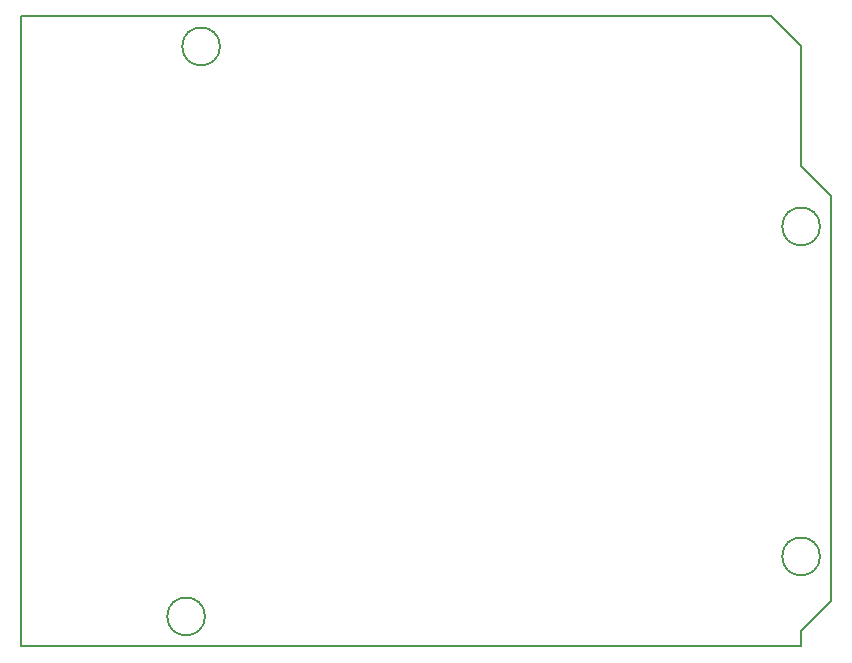
<source format=gm1>
G04 Layer_Color=16711935*
%FSLAX25Y25*%
%MOIN*%
G70*
G01*
G75*
%ADD26C,0.00500*%
D26*
X266299Y140000D02*
G03*
X266299Y140000I-6299J0D01*
G01*
X61299Y10000D02*
G03*
X61299Y10000I-6299J0D01*
G01*
X266299Y30000D02*
G03*
X266299Y30000I-6299J0D01*
G01*
X66299Y200000D02*
G03*
X66299Y200000I-6299J0D01*
G01*
X0Y210000D02*
X250000D01*
X0Y0D02*
X260000D01*
X0D02*
Y210000D01*
X250000D02*
X260000Y200000D01*
Y160000D02*
Y200000D01*
Y160000D02*
X270000Y150000D01*
Y15000D02*
Y150000D01*
X260000Y5000D02*
X270000Y15000D01*
X260000Y0D02*
Y5000D01*
M02*

</source>
